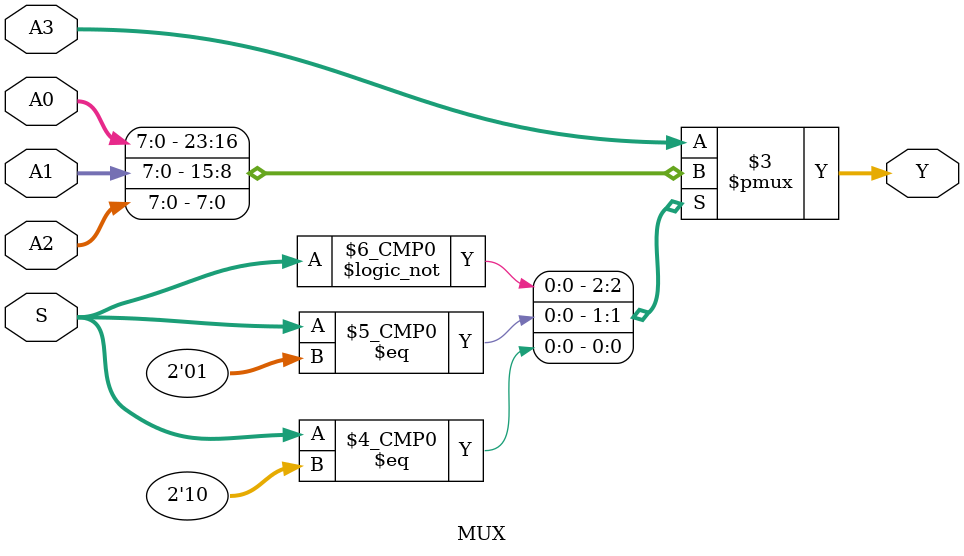
<source format=v>
`timescale 1ns / 1ps
module MUX(Y, A0, A1, A2, A3, S);
output reg [7:0] Y;
input [7:0] A0, A1, A2, A3;
input [1:0] S;

always @(A0, A1, A2, A3, S)
	case(S)
	2'b00: Y = A0;
	2'b01: Y = A1;
	2'b10: Y = A2;
	default : Y = A3;
	endcase

endmodule

</source>
